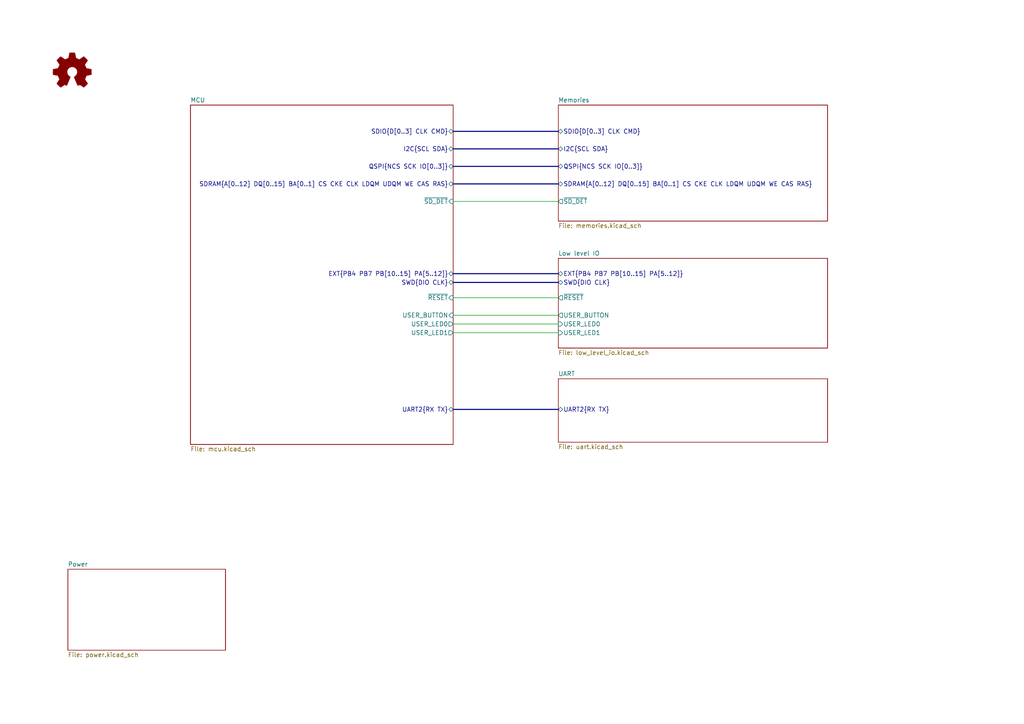
<source format=kicad_sch>
(kicad_sch (version 20231120) (generator "eeschema") (generator_version "8.0")
  (paper "A4")
  (title_block (title "STLinux") (date "2024-08-10") (rev "1.1"))
  (lib_symbols
    (symbol "Graphic:Logo_Open_Hardware_Small" (pin_names (offset 1.016))
      (symbol "Logo_Open_Hardware_Small_0_1"
        (polyline (pts (xy 3.3528 -4.3434) (xy 3.302 -4.318) (xy 3.175 -4.2418) (xy 2.9972 -4.1148) (xy 2.7686 -3.9624) (xy 2.54 -3.81) (xy 2.3622 -3.7084) (xy 2.2352 -3.6068) (xy 2.1844 -3.5814) (xy 2.159 -3.6068) (xy 2.0574 -3.6576) (xy 1.905 -3.7338) (xy 1.8034 -3.7846) (xy 1.6764 -3.8354) (xy 1.6002 -3.8354) (xy 1.6002 -3.8354) (xy 1.5494 -3.7338) (xy 1.4732 -3.5306) (xy 1.3462 -3.302) (xy 1.2446 -3.0226) (xy 1.1176 -2.7178) (xy 0.9652 -2.413) (xy 0.8636 -2.1082) (xy 0.7366 -1.8288) (xy 0.6604 -1.6256) (xy 0.6096 -1.4732) (xy 0.5842 -1.397) (xy 0.5842 -1.397) (xy 0.6604 -1.3208) (xy 0.7874 -1.2446) (xy 1.0414 -1.016) (xy 1.2954 -0.6858) (xy 1.4478 -0.3302) (xy 1.524 0.0762) (xy 1.4732 0.4572) (xy 1.3208 0.8128) (xy 1.0668 1.143) (xy 0.762 1.3716) (xy 0.4064 1.524) (xy 0 1.5748) (xy -0.381 1.5494) (xy -0.7366 1.397) (xy -1.0668 1.143) (xy -1.2192 0.9906) (xy -1.397 0.6604) (xy -1.524 0.3048) (xy -1.524 0.2286) (xy -1.4986 -0.1778) (xy -1.397 -0.5334) (xy -1.1938 -0.8636) (xy -0.9144 -1.143) (xy -0.8636 -1.1684) (xy -0.7366 -1.27) (xy -0.635 -1.3462) (xy -0.5842 -1.397) (xy -1.0668 -2.5908) (xy -1.143 -2.794) (xy -1.2954 -3.1242) (xy -1.397 -3.4036) (xy -1.4986 -3.6322) (xy -1.5748 -3.7846) (xy -1.6002 -3.8354) (xy -1.6002 -3.8354) (xy -1.651 -3.8354) (xy -1.7272 -3.81) (xy -1.905 -3.7338) (xy -2.0066 -3.683) (xy -2.1336 -3.6068) (xy -2.2098 -3.5814) (xy -2.2606 -3.6068) (xy -2.3622 -3.683) (xy -2.54 -3.81) (xy -2.7686 -3.9624) (xy -2.9718 -4.0894) (xy -3.1496 -4.2164) (xy -3.302 -4.318) (xy -3.3528 -4.3434) (xy -3.3782 -4.3434) (xy -3.429 -4.318) (xy -3.5306 -4.2164) (xy -3.7084 -4.064) (xy -3.937 -3.8354) (xy -3.9624 -3.81) (xy -4.1656 -3.6068) (xy -4.318 -3.4544) (xy -4.4196 -3.3274) (xy -4.445 -3.2766) (xy -4.445 -3.2766) (xy -4.4196 -3.2258) (xy -4.318 -3.0734) (xy -4.2164 -2.8956) (xy -4.064 -2.667) (xy -3.6576 -2.0828) (xy -3.8862 -1.5494) (xy -3.937 -1.3716) (xy -4.0386 -1.1684) (xy -4.0894 -1.0414) (xy -4.1148 -0.9652) (xy -4.191 -0.9398) (xy -4.318 -0.9144) (xy -4.5466 -0.8636) (xy -4.8006 -0.8128) (xy -5.0546 -0.7874) (xy -5.2578 -0.7366) (xy -5.4356 -0.7112) (xy -5.5118 -0.6858) (xy -5.5118 -0.6858) (xy -5.5372 -0.635) (xy -5.5372 -0.5588) (xy -5.5372 -0.4318) (xy -5.5626 -0.2286) (xy -5.5626 0.0762) (xy -5.5626 0.127) (xy -5.5372 0.4064) (xy -5.5372 0.635) (xy -5.5372 0.762) (xy -5.5372 0.8382) (xy -5.5372 0.8382) (xy -5.461 0.8382) (xy -5.3086 0.889) (xy -5.08 0.9144) (xy -4.826 0.9652) (xy -4.8006 0.9906) (xy -4.5466 1.0414) (xy -4.318 1.0668) (xy -4.1656 1.1176) (xy -4.0894 1.143) (xy -4.0894 1.143) (xy -4.0386 1.2446) (xy -3.9624 1.4224) (xy -3.8608 1.6256) (xy -3.7846 1.8288) (xy -3.7084 2.0066) (xy -3.6576 2.159) (xy -3.6322 2.2098) (xy -3.6322 2.2098) (xy -3.683 2.286) (xy -3.7592 2.413) (xy -3.8862 2.5908) (xy -4.064 2.8194) (xy -4.064 2.8448) (xy -4.2164 3.0734) (xy -4.3434 3.2512) (xy -4.4196 3.3782) (xy -4.445 3.4544) (xy -4.445 3.4544) (xy -4.3942 3.5052) (xy -4.2926 3.6322) (xy -4.1148 3.81) (xy -3.937 4.0132) (xy -3.8608 4.064) (xy -3.6576 4.2926) (xy -3.5052 4.4196) (xy -3.4036 4.4958) (xy -3.3528 4.5212) (xy -3.3528 4.5212) (xy -3.302 4.4704) (xy -3.1496 4.3688) (xy -2.9718 4.2418) (xy -2.7432 4.0894) (xy -2.7178 4.0894) (xy -2.4892 3.937) (xy -2.3114 3.81) (xy -2.1844 3.7084) (xy -2.1336 3.683) (xy -2.1082 3.683) (xy -2.032 3.7084) (xy -1.8542 3.7592) (xy -1.6764 3.8354) (xy -1.4732 3.937) (xy -1.27 4.0132) (xy -1.143 4.064) (xy -1.0668 4.1148) (xy -1.0668 4.1148) (xy -1.0414 4.191) (xy -1.016 4.3434) (xy -0.9652 4.572) (xy -0.9144 4.8514) (xy -0.889 4.9022) (xy -0.8382 5.1562) (xy -0.8128 5.3848) (xy -0.7874 5.5372) (xy -0.762 5.588) (xy -0.7112 5.6134) (xy -0.5842 5.6134) (xy -0.4064 5.6134) (xy -0.1524 5.6134) (xy 0.0762 5.6134) (xy 0.3302 5.6134) (xy 0.5334 5.6134) (xy 0.6858 5.588) (xy 0.7366 5.588) (xy 0.7366 5.588) (xy 0.762 5.5118) (xy 0.8128 5.334) (xy 0.8382 5.1054) (xy 0.9144 4.826) (xy 0.9144 4.7752) (xy 0.9652 4.5212) (xy 1.016 4.2926) (xy 1.0414 4.1402) (xy 1.0668 4.0894) (xy 1.0668 4.0894) (xy 1.1938 4.0386) (xy 1.3716 3.9624) (xy 1.5748 3.8608) (xy 2.0828 3.6576) (xy 2.7178 4.0894) (xy 2.7686 4.1402) (xy 2.9972 4.2926) (xy 3.175 4.4196) (xy 3.302 4.4958) (xy 3.3782 4.5212) (xy 3.3782 4.5212) (xy 3.429 4.4704) (xy 3.556 4.3434) (xy 3.7338 4.191) (xy 3.9116 3.9878) (xy 4.064 3.8354) (xy 4.2418 3.6576) (xy 4.3434 3.556) (xy 4.4196 3.4798) (xy 4.4196 3.429) (xy 4.4196 3.4036) (xy 4.3942 3.3274) (xy 4.2926 3.2004) (xy 4.1656 2.9972) (xy 4.0132 2.794) (xy 3.8862 2.5908) (xy 3.7592 2.3876) (xy 3.6576 2.2352) (xy 3.6322 2.159) (xy 3.6322 2.1336) (xy 3.683 2.0066) (xy 3.7592 1.8288) (xy 3.8608 1.6002) (xy 4.064 1.1176) (xy 4.3942 1.0414) (xy 4.5974 1.016) (xy 4.8768 0.9652) (xy 5.1308 0.9144) (xy 5.5372 0.8382) (xy 5.5626 -0.6604) (xy 5.4864 -0.6858) (xy 5.4356 -0.6858) (xy 5.2832 -0.7366) (xy 5.0546 -0.762) (xy 4.8006 -0.8128) (xy 4.5974 -0.8636) (xy 4.3688 -0.9144) (xy 4.2164 -0.9398) (xy 4.1402 -0.9398) (xy 4.1148 -0.9652) (xy 4.064 -1.0668) (xy 3.9878 -1.2446) (xy 3.9116 -1.4478) (xy 3.81 -1.651) (xy 3.7338 -1.8542) (xy 3.683 -2.0066) (xy 3.6576 -2.0828) (xy 3.683 -2.1336) (xy 3.7846 -2.2606) (xy 3.8862 -2.4638) (xy 4.0386 -2.667) (xy 4.191 -2.8956) (xy 4.318 -3.0734) (xy 4.3942 -3.2004) (xy 4.445 -3.2766) (xy 4.4196 -3.3274) (xy 4.3434 -3.429) (xy 4.1656 -3.5814) (xy 3.937 -3.8354) (xy 3.8862 -3.8608) (xy 3.683 -4.064) (xy 3.5306 -4.2164) (xy 3.4036 -4.318) (xy 3.3528 -4.3434)) (fill (type outline)))
      )
    )
  )
  (wire (pts (xy 131.445 93.98) (xy 161.925 93.98)))
  (bus (pts (xy 131.445 48.26) (xy 161.925 48.26)))
  (wire (pts (xy 131.445 58.42) (xy 161.925 58.42)))
  (wire (pts (xy 131.445 91.44) (xy 161.925 91.44)))
  (bus (pts (xy 131.445 38.1) (xy 161.925 38.1)))
  (bus (pts (xy 131.445 118.745) (xy 161.925 118.745)))
  (wire (pts (xy 131.445 86.36) (xy 161.925 86.36)))
  (bus (pts (xy 131.445 53.34) (xy 161.925 53.34)))
  (bus (pts (xy 131.445 81.915) (xy 161.925 81.915)))
  (wire (pts (xy 131.445 96.52) (xy 161.925 96.52)))
  (bus (pts (xy 161.925 43.18) (xy 131.445 43.18)))
  (bus (pts (xy 131.445 79.375) (xy 161.925 79.375)))
  (symbol (lib_id "Graphic:Logo_Open_Hardware_Small") (at 20.955 20.955 0) (unit 1)
    (property "Reference" "#LOGO101" (effects (hide yes)))
    (property "Value" "Logo_Open_Hardware_Small" (effects (hide yes)))
    (property "Footprint" "Symbol:OSHW-Logo_5.7x6mm_SilkScreen" (effects (hide yes)))
  )
  (sheet (at 161.925 74.93) (size 78.105 26.035) (stroke (width 0.1524))
    (property "Sheetname" "Low level IO" (at 161.925 74.2184 0) (effects (justify left bottom)))
    (property "Sheetfile" "low_level_io.kicad_sch" (at 161.925 101.5496 0) (effects (justify left top)))
    (pin "USER_LED0" input (at 161.925 93.98 180))
    (pin "USER_LED1" input (at 161.925 96.52 180))
    (pin "USER_BUTTON" output (at 161.925 91.44 180))
    (pin "SWD{DIO CLK}" bidirectional (at 161.925 81.915 180))
    (pin "~{RESET}" output (at 161.925 86.36 180))
    (pin "EXT{PB4 PB7 PB[10..15] PA[5..12]}" bidirectional (at 161.925 79.375 180))
  )
  (sheet (at 19.685 165.1) (size 45.72 23.495) (stroke (width 0.1524))
    (property "Sheetname" "Power" (at 19.685 164.3884 0) (effects (justify left bottom)))
    (property "Sheetfile" "power.kicad_sch" (at 19.685 189.1796 0) (effects (justify left top)))
  )
  (sheet (at 161.925 30.48) (size 78.105 33.655) (stroke (width 0.1524))
    (property "Sheetname" "Memories" (at 161.925 29.7684 0) (effects (justify left bottom)))
    (property "Sheetfile" "memories.kicad_sch" (at 161.925 64.7196 0) (effects (justify left top)))
    (pin "SDIO{D[0..3] CLK CMD}" bidirectional (at 161.925 38.1 180))
    (pin "I2C{SCL SDA}" bidirectional (at 161.925 43.18 180))
    (pin "QSPI{NCS SCK IO[0..3]}" bidirectional (at 161.925 48.26 180))
    (pin "SDRAM{A[0..12] DQ[0..15] BA[0..1] CS CKE CLK LDQM UDQM WE CAS RAS}" bidirectional (at 161.925 53.34 180))
    (pin "~{SD_DET}" output (at 161.925 58.42 180))
  )
  (sheet (at 161.925 109.855) (size 78.105 18.415) (stroke (width 0.1524))
    (property "Sheetname" "UART" (at 161.925 109.1434 0) (effects (justify left bottom)))
    (property "Sheetfile" "uart.kicad_sch" (at 161.925 128.8546 0) (effects (justify left top)))
    (pin "UART2{RX TX}" bidirectional (at 161.925 118.745 180))
  )
  (sheet (at 55.245 30.48) (size 76.2 98.425) (stroke (width 0.1524))
    (property "Sheetname" "MCU" (at 55.245 29.7684 0) (effects (justify left bottom)))
    (property "Sheetfile" "mcu.kicad_sch" (at 55.245 129.4896 0) (effects (justify left top)))
    (pin "USER_LED0" output (at 131.445 93.98 0))
    (pin "USER_LED1" output (at 131.445 96.52 0))
    (pin "USER_BUTTON" input (at 131.445 91.44 0))
    (pin "SWD{DIO CLK}" bidirectional (at 131.445 81.915 0))
    (pin "I2C{SCL SDA}" bidirectional (at 131.445 43.18 0))
    (pin "SDIO{D[0..3] CLK CMD}" bidirectional (at 131.445 38.1 0))
    (pin "~{RESET}" input (at 131.445 86.36 0))
    (pin "QSPI{NCS SCK IO[0..3]}" bidirectional (at 131.445 48.26 0))
    (pin "SDRAM{A[0..12] DQ[0..15] BA[0..1] CS CKE CLK LDQM UDQM WE CAS RAS}" bidirectional (at 131.445 53.34 0))
    (pin "UART2{RX TX}" bidirectional (at 131.445 118.745 0))
    (pin "~{SD_DET}" input (at 131.445 58.42 0))
    (pin "EXT{PB4 PB7 PB[10..15] PA[5..12]}" bidirectional (at 131.445 79.375 0))
  )
)
</source>
